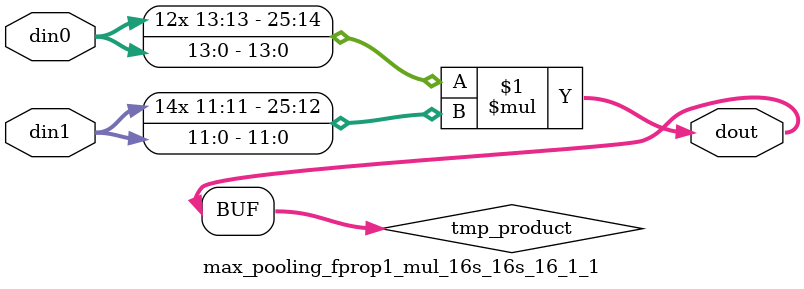
<source format=v>

`timescale 1 ns / 1 ps

 module max_pooling_fprop1_mul_16s_16s_16_1_1(din0, din1, dout);
parameter ID = 1;
parameter NUM_STAGE = 0;
parameter din0_WIDTH = 14;
parameter din1_WIDTH = 12;
parameter dout_WIDTH = 26;

input [din0_WIDTH - 1 : 0] din0; 
input [din1_WIDTH - 1 : 0] din1; 
output [dout_WIDTH - 1 : 0] dout;

wire signed [dout_WIDTH - 1 : 0] tmp_product;



























assign tmp_product = $signed(din0) * $signed(din1);








assign dout = tmp_product;





















endmodule

</source>
